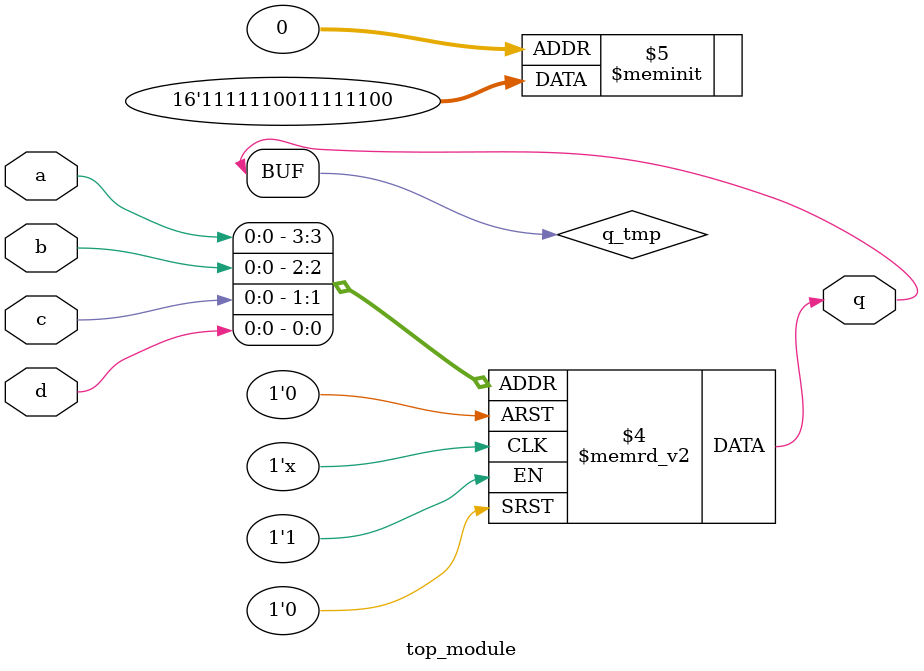
<source format=v>

module top_module (
    input a,
    input b,
    input c,
    input d,
    output q );//

    reg q_tmp;

    assign q = q_tmp;

    always @(*) begin
        case ({a,b,c,d})
            4'b0000: q_tmp = 0;
            4'b0001: q_tmp = 0;
            4'b0010: q_tmp = 1;
            4'b0011: q_tmp = 1;
            4'b0100: q_tmp = 1;
            4'b0101: q_tmp = 1;
            4'b0110: q_tmp = 1;
            4'b0111: q_tmp = 1;
            4'b1000: q_tmp = 0;
            4'b1001: q_tmp = 0;
            4'b1010: q_tmp = 1;
            4'b1011: q_tmp = 1;
            4'b1100: q_tmp = 1;
            4'b1101: q_tmp = 1;
            4'b1110: q_tmp = 1;
            4'b1111: q_tmp = 1;
            default: q_tmp = 0;
        endcase
    end

endmodule
</source>
